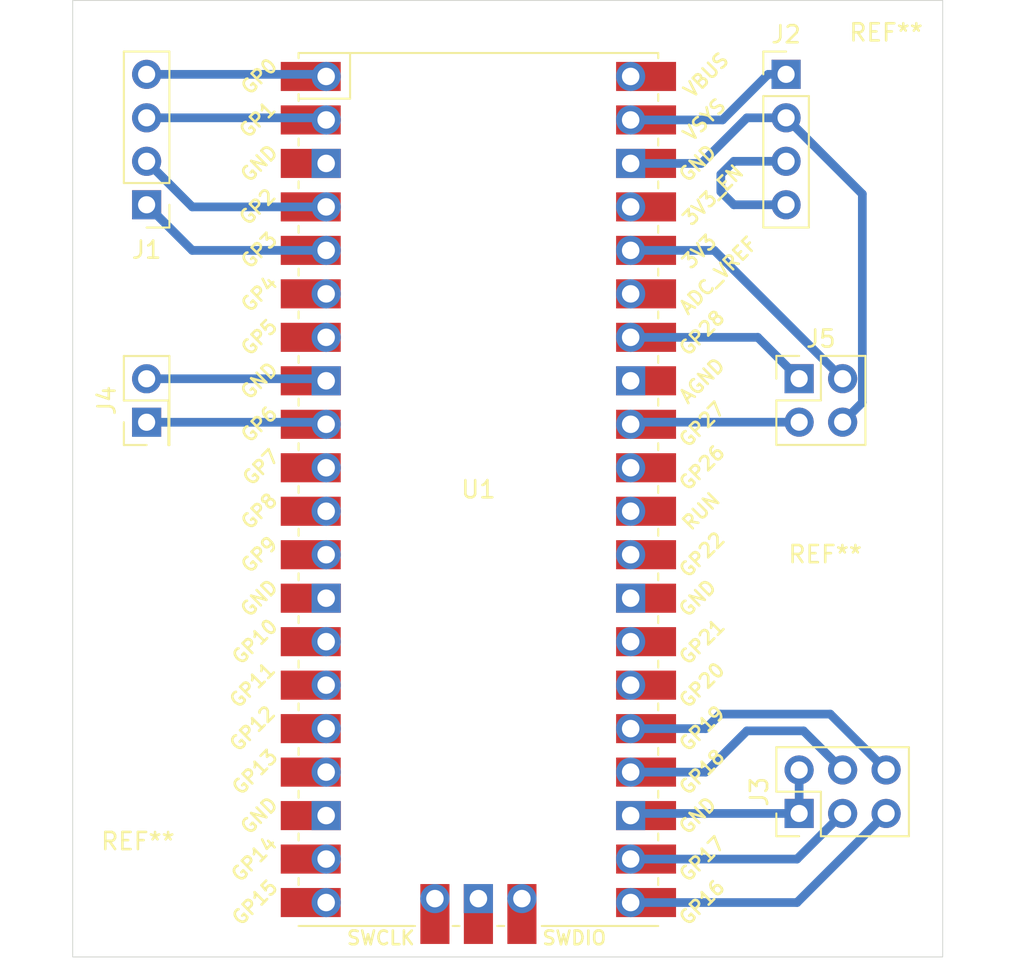
<source format=kicad_pcb>
(kicad_pcb (version 20240108) (generator "pcbnew") (generator_version "8.0")
  (layers (0 "F.Cu" signal) (31 "B.Cu" signal) (34 "B.Paste" user) (35 "F.Paste" user) (36 "B.SilkS" user "B.Silkscreen") (37 "F.SilkS" user "F.Silkscreen") (38 "B.Mask" user) (39 "F.Mask" user) (44 "Edge.Cuts" user))
  (net 0 "")
  (net 1 "/Motor 2")
  (net 2 "/Motor 4")
  (net 3 "/Motor 3")
  (net 4 "/Motor 1")
  (net 5 "/receiver2")
  (net 6 "/receiver1")
  (net 7 "/Light 4")
  (net 8 "/Ground")
  (net 9 "/Light 2")
  (net 10 "/Light 1")
  (net 11 "/Light 3")
  (net 12 "GND")
  (net 27 "+1V5")
  (net 41 "/IR Out")
  (net 42 "Net-(J5-Pin_2)")
  (footprint "Connector_PinHeader_2.54mm:PinHeader_2x03_P2.54mm_Vertical" (layer "F.Cu") (at 126.238 128.778 90)
    (property "Reference" "J3" (at 1.27 -2.33 90) (layer "F.SilkS"))
    (property "Value" "Conn_02x03_Odd_Even")
    (fp_line (start 3.87 -1.33) (end 3.87 6.41) (stroke (width 0.12)) (layer "F.SilkS"))
    (fp_line (start 1.27 -1.33) (end 3.87 -1.33) (stroke (width 0.12)) (layer "F.SilkS"))
    (fp_line (start -1.33 -1.33) (end 0 -1.33) (stroke (width 0.12)) (layer "F.SilkS"))
    (fp_line (start -1.33 0) (end -1.33 -1.33) (stroke (width 0.12)) (layer "F.SilkS"))
    (fp_line (start 1.27 1.27) (end 1.27 -1.33) (stroke (width 0.12)) (layer "F.SilkS"))
    (fp_line (start -1.33 1.27) (end 1.27 1.27) (stroke (width 0.12)) (layer "F.SilkS"))
    (fp_line (start -1.33 1.27) (end -1.33 6.41) (stroke (width 0.12)) (layer "F.SilkS"))
    (fp_line (start -1.33 6.41) (end 3.87 6.41) (stroke (width 0.12)) (layer "F.SilkS"))
    (pad "1" thru_hole rect (at 0 0 90) (size 1.7 1.7) (drill 1) (layers "*.Cu" "*.Mask") (net 8 "/Ground"))
    (pad "2" thru_hole oval (at 2.54 0 90) (size 1.7 1.7) (drill 1) (layers "*.Cu" "*.Mask") (net 8 "/Ground"))
    (pad "3" thru_hole oval (at 0 2.54 90) (size 1.7 1.7) (drill 1) (layers "*.Cu" "*.Mask") (net 9 "/Light 2"))
    (pad "4" thru_hole oval (at 2.54 2.54 90) (size 1.7 1.7) (drill 1) (layers "*.Cu" "*.Mask") (net 11 "/Light 3"))
    (pad "5" thru_hole oval (at 0 5.08 90) (size 1.7 1.7) (drill 1) (layers "*.Cu" "*.Mask") (net 10 "/Light 1"))
    (pad "6" thru_hole oval (at 2.54 5.08 90) (size 1.7 1.7) (drill 1) (layers "*.Cu" "*.Mask") (net 7 "/Light 4"))
  )
  (footprint "MCU_RaspberryPi_and_Boards:RPi_Pico_SMD_TH" (layer "F.Cu") (at 107.511 109.852)
    (property "Reference" "U1" (at 0 0 0) (layer "F.SilkS"))
    (property "Value" "Pico")
    (fp_line (start -10.5 -25.5) (end -10.5 -25.2) (stroke (width 0.12)) (layer "F.SilkS"))
    (fp_line (start -10.5 -25.5) (end 10.5 -25.5) (stroke (width 0.12)) (layer "F.SilkS"))
    (fp_line (start -10.5 -23.1) (end -10.5 -22.7) (stroke (width 0.12)) (layer "F.SilkS"))
    (fp_line (start -10.5 -22.833) (end -7.493 -22.833) (stroke (width 0.12)) (layer "F.SilkS"))
    (fp_line (start -10.5 -20.5) (end -10.5 -20.1) (stroke (width 0.12)) (layer "F.SilkS"))
    (fp_line (start -10.5 -18) (end -10.5 -17.6) (stroke (width 0.12)) (layer "F.SilkS"))
    (fp_line (start -10.5 -15.4) (end -10.5 -15) (stroke (width 0.12)) (layer "F.SilkS"))
    (fp_line (start -10.5 -12.9) (end -10.5 -12.5) (stroke (width 0.12)) (layer "F.SilkS"))
    (fp_line (start -10.5 -10.4) (end -10.5 -10) (stroke (width 0.12)) (layer "F.SilkS"))
    (fp_line (start -10.5 -7.8) (end -10.5 -7.4) (stroke (width 0.12)) (layer "F.SilkS"))
    (fp_line (start -10.5 -5.3) (end -10.5 -4.9) (stroke (width 0.12)) (layer "F.SilkS"))
    (fp_line (start -10.5 -2.7) (end -10.5 -2.3) (stroke (width 0.12)) (layer "F.SilkS"))
    (fp_line (start -10.5 -0.2) (end -10.5 0.2) (stroke (width 0.12)) (layer "F.SilkS"))
    (fp_line (start -10.5 2.3) (end -10.5 2.7) (stroke (width 0.12)) (layer "F.SilkS"))
    (fp_line (start -10.5 4.9) (end -10.5 5.3) (stroke (width 0.12)) (layer "F.SilkS"))
    (fp_line (start -10.5 7.4) (end -10.5 7.8) (stroke (width 0.12)) (layer "F.SilkS"))
    (fp_line (start -10.5 10) (end -10.5 10.4) (stroke (width 0.12)) (layer "F.SilkS"))
    (fp_line (start -10.5 12.5) (end -10.5 12.9) (stroke (width 0.12)) (layer "F.SilkS"))
    (fp_line (start -10.5 15.1) (end -10.5 15.5) (stroke (width 0.12)) (layer "F.SilkS"))
    (fp_line (start -10.5 17.6) (end -10.5 18) (stroke (width 0.12)) (layer "F.SilkS"))
    (fp_line (start -10.5 20.1) (end -10.5 20.5) (stroke (width 0.12)) (layer "F.SilkS"))
    (fp_line (start -10.5 22.7) (end -10.5 23.1) (stroke (width 0.12)) (layer "F.SilkS"))
    (fp_line (start -7.493 -22.833) (end -7.493 -25.5) (stroke (width 0.12)) (layer "F.SilkS"))
    (fp_line (start -3.7 25.5) (end -10.5 25.5) (stroke (width 0.12)) (layer "F.SilkS"))
    (fp_line (start -1.5 25.5) (end -1.1 25.5) (stroke (width 0.12)) (layer "F.SilkS"))
    (fp_line (start 1.1 25.5) (end 1.5 25.5) (stroke (width 0.12)) (layer "F.SilkS"))
    (fp_line (start 10.5 -25.5) (end 10.5 -25.2) (stroke (width 0.12)) (layer "F.SilkS"))
    (fp_line (start 10.5 -23.1) (end 10.5 -22.7) (stroke (width 0.12)) (layer "F.SilkS"))
    (fp_line (start 10.5 -20.5) (end 10.5 -20.1) (stroke (width 0.12)) (layer "F.SilkS"))
    (fp_line (start 10.5 -18) (end 10.5 -17.6) (stroke (width 0.12)) (layer "F.SilkS"))
    (fp_line (start 10.5 -15.4) (end 10.5 -15) (stroke (width 0.12)) (layer "F.SilkS"))
    (fp_line (start 10.5 -12.9) (end 10.5 -12.5) (stroke (width 0.12)) (layer "F.SilkS"))
    (fp_line (start 10.5 -10.4) (end 10.5 -10) (stroke (width 0.12)) (layer "F.SilkS"))
    (fp_line (start 10.5 -7.8) (end 10.5 -7.4) (stroke (width 0.12)) (layer "F.SilkS"))
    (fp_line (start 10.5 -5.3) (end 10.5 -4.9) (stroke (width 0.12)) (layer "F.SilkS"))
    (fp_line (start 10.5 -2.7) (end 10.5 -2.3) (stroke (width 0.12)) (layer "F.SilkS"))
    (fp_line (start 10.5 -0.2) (end 10.5 0.2) (stroke (width 0.12)) (layer "F.SilkS"))
    (fp_line (start 10.5 2.3) (end 10.5 2.7) (stroke (width 0.12)) (layer "F.SilkS"))
    (fp_line (start 10.5 4.9) (end 10.5 5.3) (stroke (width 0.12)) (layer "F.SilkS"))
    (fp_line (start 10.5 7.4) (end 10.5 7.8) (stroke (width 0.12)) (layer "F.SilkS"))
    (fp_line (start 10.5 10) (end 10.5 10.4) (stroke (width 0.12)) (layer "F.SilkS"))
    (fp_line (start 10.5 12.5) (end 10.5 12.9) (stroke (width 0.12)) (layer "F.SilkS"))
    (fp_line (start 10.5 15.1) (end 10.5 15.5) (stroke (width 0.12)) (layer "F.SilkS"))
    (fp_line (start 10.5 17.6) (end 10.5 18) (stroke (width 0.12)) (layer "F.SilkS"))
    (fp_line (start 10.5 20.1) (end 10.5 20.5) (stroke (width 0.12)) (layer "F.SilkS"))
    (fp_line (start 10.5 22.7) (end 10.5 23.1) (stroke (width 0.12)) (layer "F.SilkS"))
    (fp_line (start 10.5 25.5) (end 3.7 25.5) (stroke (width 0.12)) (layer "F.SilkS"))
    (fp_text user "SWCLK" (at -5.7 26.2 0) (layer "F.SilkS") (effects (font (size 0.8 0.8))))
    (fp_text user "GP8" (at -12.8 1.27 45) (layer "F.SilkS") (effects (font (size 0.8 0.8))))
    (fp_text user "SWDIO" (at 5.6 26.2 0) (layer "F.SilkS") (effects (font (size 0.8 0.8))))
    (fp_text user "ADC_VREF" (at 14 -12.5 45) (layer "F.SilkS") (effects (font (size 0.8 0.8))))
    (fp_text user "GP28" (at 13.054 -9.144 45) (layer "F.SilkS") (effects (font (size 0.8 0.8))))
    (fp_text user "GP0" (at -12.8 -24.13 45) (layer "F.SilkS") (effects (font (size 0.8 0.8))))
    (fp_text user "GP13" (at -13.054 16.51 45) (layer "F.SilkS") (effects (font (size 0.8 0.8))))
    (fp_text user "GP5" (at -12.8 -8.89 45) (layer "F.SilkS") (effects (font (size 0.8 0.8))))
    (fp_text user "3V3_EN" (at 13.7 -17.2 45) (layer "F.SilkS") (effects (font (size 0.8 0.8))))
    (fp_text user "GP17" (at 13.054 21.59 45) (layer "F.SilkS") (effects (font (size 0.8 0.8))))
    (fp_text user "GP12" (at -13.2 13.97 45) (layer "F.SilkS") (effects (font (size 0.8 0.8))))
    (fp_text user "GP4" (at -12.8 -11.43 45) (layer "F.SilkS") (effects (font (size 0.8 0.8))))
    (fp_text user "GND" (at -12.8 -19.05 45) (layer "F.SilkS") (effects (font (size 0.8 0.8))))
    (fp_text user "GP10" (at -13.054 8.89 45) (layer "F.SilkS") (effects (font (size 0.8 0.8))))
    (fp_text user "GP9" (at -12.8 3.81 45) (layer "F.SilkS") (effects (font (size 0.8 0.8))))
    (fp_text user "GP26" (at 13.054 -1.27 45) (layer "F.SilkS") (effects (font (size 0.8 0.8))))
    (fp_text user "VBUS" (at 13.3 -24.2 45) (layer "F.SilkS") (effects (font (size 0.8 0.8))))
    (fp_text user "GP14" (at -13.1 21.59 45) (layer "F.SilkS") (effects (font (size 0.8 0.8))))
    (fp_text user "GP7" (at -12.7 -1.3 45) (layer "F.SilkS") (effects (font (size 0.8 0.8))))
    (fp_text user "GND" (at -12.8 -6.35 45) (layer "F.SilkS") (effects (font (size 0.8 0.8))))
    (fp_text user "GP15" (at -13.054 24.13 45) (layer "F.SilkS") (effects (font (size 0.8 0.8))))
    (fp_text user "GP3" (at -12.8 -13.97 45) (layer "F.SilkS") (effects (font (size 0.8 0.8))))
    (fp_text user "GP2" (at -12.9 -16.51 45) (layer "F.SilkS") (effects (font (size 0.8 0.8))))
    (fp_text user "GP11" (at -13.2 11.43 45) (layer "F.SilkS") (effects (font (size 0.8 0.8))))
    (fp_text user "3V3" (at 12.9 -13.9 45) (layer "F.SilkS") (effects (font (size 0.8 0.8))))
    (fp_text user "GND" (at 12.8 6.35 45) (layer "F.SilkS") (effects (font (size 0.8 0.8))))
    (fp_text user "GP16" (at 13.054 24.13 45) (layer "F.SilkS") (effects (font (size 0.8 0.8))))
    (fp_text user "GND" (at 12.8 19.05 45) (layer "F.SilkS") (effects (font (size 0.8 0.8))))
    (fp_text user "GP21" (at 13.054 8.9 45) (layer "F.SilkS") (effects (font (size 0.8 0.8))))
    (fp_text user "RUN" (at 13 1.27 45) (layer "F.SilkS") (effects (font (size 0.8 0.8))))
    (fp_text user "GND" (at 12.8 -19.05 45) (layer "F.SilkS") (effects (font (size 0.8 0.8))))
    (fp_text user "GP27" (at 13.054 -3.8 45) (layer "F.SilkS") (effects (font (size 0.8 0.8))))
    (fp_text user "GP18" (at 13.054 16.51 45) (layer "F.SilkS") (effects (font (size 0.8 0.8))))
    (fp_text user "VSYS" (at 13.2 -21.59 45) (layer "F.SilkS") (effects (font (size 0.8 0.8))))
    (fp_text user "GP20" (at 13.054 11.43 45) (layer "F.SilkS") (effects (font (size 0.8 0.8))))
    (fp_text user "GND" (at -12.8 6.35 45) (layer "F.SilkS") (effects (font (size 0.8 0.8))))
    (fp_text user "GND" (at -12.8 19.05 45) (layer "F.SilkS") (effects (font (size 0.8 0.8))))
    (fp_text user "GP1" (at -12.9 -21.6 45) (layer "F.SilkS") (effects (font (size 0.8 0.8))))
    (fp_text user "GP19" (at 13.054 13.97 45) (layer "F.SilkS") (effects (font (size 0.8 0.8))))
    (fp_text user "AGND" (at 13.054 -6.35 45) (layer "F.SilkS") (effects (font (size 0.8 0.8))))
    (fp_text user "GP22" (at 13.054 3.81 45) (layer "F.SilkS") (effects (font (size 0.8 0.8))))
    (fp_text user "GP6" (at -12.8 -3.81 45) (layer "F.SilkS") (effects (font (size 0.8 0.8))))
    (pad "" np_thru_hole oval (at -2.725 -24) (size 1.8 1.8) (drill 1.8) (layers "*.Cu" "*.Mask"))
    (pad "" np_thru_hole oval (at -2.425 -20.97) (size 1.5 1.5) (drill 1.5) (layers "*.Cu" "*.Mask"))
    (pad "" np_thru_hole oval (at 2.425 -20.97) (size 1.5 1.5) (drill 1.5) (layers "*.Cu" "*.Mask"))
    (pad "" np_thru_hole oval (at 2.725 -24) (size 1.8 1.8) (drill 1.8) (layers "*.Cu" "*.Mask"))
    (pad "1" thru_hole oval (at -8.89 -24.13) (size 1.7 1.7) (drill 1.02) (layers "*.Cu" "*.Mask") (net 4 "/Motor 1"))
    (pad "1" smd rect (at -8.89 -24.13) (size 3.5 1.7) (drill (offset -0.9 0)) (layers "F.Cu" "F.Mask") (net 4 "/Motor 1"))
    (pad "2" thru_hole oval (at -8.89 -21.59) (size 1.7 1.7) (drill 1.02) (layers "*.Cu" "*.Mask") (net 1 "/Motor 2"))
    (pad "2" smd rect (at -8.89 -21.59) (size 3.5 1.7) (drill (offset -0.9 0)) (layers "F.Cu" "F.Mask") (net 1 "/Motor 2"))
    (pad "3" thru_hole rect (at -8.89 -19.05) (size 1.7 1.7) (drill 1.02) (layers "*.Cu" "*.Mask"))
    (pad "3" smd rect (at -8.89 -19.05) (size 3.5 1.7) (drill (offset -0.9 0)) (layers "F.Cu" "F.Mask"))
    (pad "4" thru_hole oval (at -8.89 -16.51) (size 1.7 1.7) (drill 1.02) (layers "*.Cu" "*.Mask") (net 3 "/Motor 3"))
    (pad "4" smd rect (at -8.89 -16.51) (size 3.5 1.7) (drill (offset -0.9 0)) (layers "F.Cu" "F.Mask") (net 3 "/Motor 3"))
    (pad "5" thru_hole oval (at -8.89 -13.97) (size 1.7 1.7) (drill 1.02) (layers "*.Cu" "*.Mask") (net 2 "/Motor 4"))
    (pad "5" smd rect (at -8.89 -13.97) (size 3.5 1.7) (drill (offset -0.9 0)) (layers "F.Cu" "F.Mask") (net 2 "/Motor 4"))
    (pad "6" thru_hole oval (at -8.89 -11.43) (size 1.7 1.7) (drill 1.02) (layers "*.Cu" "*.Mask"))
    (pad "6" smd rect (at -8.89 -11.43) (size 3.5 1.7) (drill (offset -0.9 0)) (layers "F.Cu" "F.Mask"))
    (pad "7" thru_hole oval (at -8.89 -8.89) (size 1.7 1.7) (drill 1.02) (layers "*.Cu" "*.Mask"))
    (pad "7" smd rect (at -8.89 -8.89) (size 3.5 1.7) (drill (offset -0.9 0)) (layers "F.Cu" "F.Mask"))
    (pad "8" thru_hole rect (at -8.89 -6.35) (size 1.7 1.7) (drill 1.02) (layers "*.Cu" "*.Mask") (net 12 "GND"))
    (pad "8" smd rect (at -8.89 -6.35) (size 3.5 1.7) (drill (offset -0.9 0)) (layers "F.Cu" "F.Mask") (net 12 "GND"))
    (pad "9" thru_hole oval (at -8.89 -3.81) (size 1.7 1.7) (drill 1.02) (layers "*.Cu" "*.Mask") (net 41 "/IR Out"))
    (pad "9" smd rect (at -8.89 -3.81) (size 3.5 1.7) (drill (offset -0.9 0)) (layers "F.Cu" "F.Mask") (net 41 "/IR Out"))
    (pad "10" thru_hole oval (at -8.89 -1.27) (size 1.7 1.7) (drill 1.02) (layers "*.Cu" "*.Mask"))
    (pad "10" smd rect (at -8.89 -1.27) (size 3.5 1.7) (drill (offset -0.9 0)) (layers "F.Cu" "F.Mask"))
    (pad "11" thru_hole oval (at -8.89 1.27) (size 1.7 1.7) (drill 1.02) (layers "*.Cu" "*.Mask"))
    (pad "11" smd rect (at -8.89 1.27) (size 3.5 1.7) (drill (offset -0.9 0)) (layers "F.Cu" "F.Mask"))
    (pad "12" thru_hole oval (at -8.89 3.81) (size 1.7 1.7) (drill 1.02) (layers "*.Cu" "*.Mask"))
    (pad "12" smd rect (at -8.89 3.81) (size 3.5 1.7) (drill (offset -0.9 0)) (layers "F.Cu" "F.Mask"))
    (pad "13" thru_hole rect (at -8.89 6.35) (size 1.7 1.7) (drill 1.02) (layers "*.Cu" "*.Mask"))
    (pad "13" smd rect (at -8.89 6.35) (size 3.5 1.7) (drill (offset -0.9 0)) (layers "F.Cu" "F.Mask"))
    (pad "14" thru_hole oval (at -8.89 8.89) (size 1.7 1.7) (drill 1.02) (layers "*.Cu" "*.Mask"))
    (pad "14" smd rect (at -8.89 8.89) (size 3.5 1.7) (drill (offset -0.9 0)) (layers "F.Cu" "F.Mask"))
    (pad "15" thru_hole oval (at -8.89 11.43) (size 1.7 1.7) (drill 1.02) (layers "*.Cu" "*.Mask"))
    (pad "15" smd rect (at -8.89 11.43) (size 3.5 1.7) (drill (offset -0.9 0)) (layers "F.Cu" "F.Mask"))
    (pad "16" thru_hole oval (at -8.89 13.97) (size 1.7 1.7) (drill 1.02) (layers "*.Cu" "*.Mask"))
    (pad "16" smd rect (at -8.89 13.97) (size 3.5 1.7) (drill (offset -0.9 0)) (layers "F.Cu" "F.Mask"))
    (pad "17" thru_hole oval (at -8.89 16.51) (size 1.7 1.7) (drill 1.02) (layers "*.Cu" "*.Mask"))
    (pad "17" smd rect (at -8.89 16.51) (size 3.5 1.7) (drill (offset -0.9 0)) (layers "F.Cu" "F.Mask"))
    (pad "18" thru_hole rect (at -8.89 19.05) (size 1.7 1.7) (drill 1.02) (layers "*.Cu" "*.Mask"))
    (pad "18" smd rect (at -8.89 19.05) (size 3.5 1.7) (drill (offset -0.9 0)) (layers "F.Cu" "F.Mask"))
    (pad "19" thru_hole oval (at -8.89 21.59) (size 1.7 1.7) (drill 1.02) (layers "*.Cu" "*.Mask"))
    (pad "19" smd rect (at -8.89 21.59) (size 3.5 1.7) (drill (offset -0.9 0)) (layers "F.Cu" "F.Mask"))
    (pad "20" thru_hole oval (at -8.89 24.13) (size 1.7 1.7) (drill 1.02) (layers "*.Cu" "*.Mask"))
    (pad "20" smd rect (at -8.89 24.13) (size 3.5 1.7) (drill (offset -0.9 0)) (layers "F.Cu" "F.Mask"))
    (pad "21" thru_hole oval (at 8.89 24.13) (size 1.7 1.7) (drill 1.02) (layers "*.Cu" "*.Mask") (net 10 "/Light 1"))
    (pad "21" smd rect (at 8.89 24.13) (size 3.5 1.7) (drill (offset 0.9 0)) (layers "F.Cu" "F.Mask") (net 10 "/Light 1"))
    (pad "22" thru_hole oval (at 8.89 21.59) (size 1.7 1.7) (drill 1.02) (layers "*.Cu" "*.Mask") (net 9 "/Light 2"))
    (pad "22" smd rect (at 8.89 21.59) (size 3.5 1.7) (drill (offset 0.9 0)) (layers "F.Cu" "F.Mask") (net 9 "/Light 2"))
    (pad "23" thru_hole rect (at 8.89 19.05) (size 1.7 1.7) (drill 1.02) (layers "*.Cu" "*.Mask") (net 8 "/Ground"))
    (pad "23" smd rect (at 8.89 19.05) (size 3.5 1.7) (drill (offset 0.9 0)) (layers "F.Cu" "F.Mask") (net 8 "/Ground"))
    (pad "24" thru_hole oval (at 8.89 16.51) (size 1.7 1.7) (drill 1.02) (layers "*.Cu" "*.Mask") (net 11 "/Light 3"))
    (pad "24" smd rect (at 8.89 16.51) (size 3.5 1.7) (drill (offset 0.9 0)) (layers "F.Cu" "F.Mask") (net 11 "/Light 3"))
    (pad "25" thru_hole oval (at 8.89 13.97) (size 1.7 1.7) (drill 1.02) (layers "*.Cu" "*.Mask") (net 7 "/Light 4"))
    (pad "25" smd rect (at 8.89 13.97) (size 3.5 1.7) (drill (offset 0.9 0)) (layers "F.Cu" "F.Mask") (net 7 "/Light 4"))
    (pad "26" thru_hole oval (at 8.89 11.43) (size 1.7 1.7) (drill 1.02) (layers "*.Cu" "*.Mask"))
    (pad "26" smd rect (at 8.89 11.43) (size 3.5 1.7) (drill (offset 0.9 0)) (layers "F.Cu" "F.Mask"))
    (pad "27" thru_hole oval (at 8.89 8.89) (size 1.7 1.7) (drill 1.02) (layers "*.Cu" "*.Mask"))
    (pad "27" smd rect (at 8.89 8.89) (size 3.5 1.7) (drill (offset 0.9 0)) (layers "F.Cu" "F.Mask"))
    (pad "28" thru_hole rect (at 8.89 6.35) (size 1.7 1.7) (drill 1.02) (layers "*.Cu" "*.Mask"))
    (pad "28" smd rect (at 8.89 6.35) (size 3.5 1.7) (drill (offset 0.9 0)) (layers "F.Cu" "F.Mask"))
    (pad "29" thru_hole oval (at 8.89 3.81) (size 1.7 1.7) (drill 1.02) (layers "*.Cu" "*.Mask"))
    (pad "29" smd rect (at 8.89 3.81) (size 3.5 1.7) (drill (offset 0.9 0)) (layers "F.Cu" "F.Mask"))
    (pad "30" thru_hole oval (at 8.89 1.27) (size 1.7 1.7) (drill 1.02) (layers "*.Cu" "*.Mask"))
    (pad "30" smd rect (at 8.89 1.27) (size 3.5 1.7) (drill (offset 0.9 0)) (layers "F.Cu" "F.Mask"))
    (pad "31" thru_hole oval (at 8.89 -1.27) (size 1.7 1.7) (drill 1.02) (layers "*.Cu" "*.Mask"))
    (pad "31" smd rect (at 8.89 -1.27) (size 3.5 1.7) (drill (offset 0.9 0)) (layers "F.Cu" "F.Mask"))
    (pad "32" thru_hole oval (at 8.89 -3.81) (size 1.7 1.7) (drill 1.02) (layers "*.Cu" "*.Mask") (net 5 "/receiver2"))
    (pad "32" smd rect (at 8.89 -3.81) (size 3.5 1.7) (drill (offset 0.9 0)) (layers "F.Cu" "F.Mask") (net 5 "/receiver2"))
    (pad "33" thru_hole rect (at 8.89 -6.35) (size 1.7 1.7) (drill 1.02) (layers "*.Cu" "*.Mask"))
    (pad "33" smd rect (at 8.89 -6.35) (size 3.5 1.7) (drill (offset 0.9 0)) (layers "F.Cu" "F.Mask"))
    (pad "34" thru_hole oval (at 8.89 -8.89) (size 1.7 1.7) (drill 1.02) (layers "*.Cu" "*.Mask") (net 6 "/receiver1"))
    (pad "34" smd rect (at 8.89 -8.89) (size 3.5 1.7) (drill (offset 0.9 0)) (layers "F.Cu" "F.Mask") (net 6 "/receiver1"))
    (pad "35" thru_hole oval (at 8.89 -11.43) (size 1.7 1.7) (drill 1.02) (layers "*.Cu" "*.Mask"))
    (pad "35" smd rect (at 8.89 -11.43) (size 3.5 1.7) (drill (offset 0.9 0)) (layers "F.Cu" "F.Mask"))
    (pad "36" thru_hole oval (at 8.89 -13.97) (size 1.7 1.7) (drill 1.02) (layers "*.Cu" "*.Mask") (net 42 "Net-(J5-Pin_2)"))
    (pad "36" smd rect (at 8.89 -13.97) (size 3.5 1.7) (drill (offset 0.9 0)) (layers "F.Cu" "F.Mask") (net 42 "Net-(J5-Pin_2)"))
    (pad "37" thru_hole oval (at 8.89 -16.51) (size 1.7 1.7) (drill 1.02) (layers "*.Cu" "*.Mask"))
    (pad "37" smd rect (at 8.89 -16.51) (size 3.5 1.7) (drill (offset 0.9 0)) (layers "F.Cu" "F.Mask"))
    (pad "38" thru_hole rect (at 8.89 -19.05) (size 1.7 1.7) (drill 1.02) (layers "*.Cu" "*.Mask") (net 8 "/Ground"))
    (pad "38" smd rect (at 8.89 -19.05) (size 3.5 1.7) (drill (offset 0.9 0)) (layers "F.Cu" "F.Mask") (net 8 "/Ground"))
    (pad "39" thru_hole oval (at 8.89 -21.59) (size 1.7 1.7) (drill 1.02) (layers "*.Cu" "*.Mask") (net 27 "+1V5"))
    (pad "39" smd rect (at 8.89 -21.59) (size 3.5 1.7) (drill (offset 0.9 0)) (layers "F.Cu" "F.Mask") (net 27 "+1V5"))
    (pad "40" thru_hole oval (at 8.89 -24.13) (size 1.7 1.7) (drill 1.02) (layers "*.Cu" "*.Mask"))
    (pad "40" smd rect (at 8.89 -24.13) (size 3.5 1.7) (drill (offset 0.9 0)) (layers "F.Cu" "F.Mask"))
    (pad "41" thru_hole oval (at -2.54 23.9) (size 1.7 1.7) (drill 1.02) (layers "*.Cu" "*.Mask"))
    (pad "41" smd rect (at -2.54 23.9 90) (size 3.5 1.7) (drill (offset -0.9 0)) (layers "F.Cu" "F.Mask"))
    (pad "42" thru_hole rect (at 0 23.9) (size 1.7 1.7) (drill 1.02) (layers "*.Cu" "*.Mask"))
    (pad "42" smd rect (at 0 23.9 90) (size 3.5 1.7) (drill (offset -0.9 0)) (layers "F.Cu" "F.Mask"))
    (pad "43" thru_hole oval (at 2.54 23.9) (size 1.7 1.7) (drill 1.02) (layers "*.Cu" "*.Mask"))
    (pad "43" smd rect (at 2.54 23.9 90) (size 3.5 1.7) (drill (offset -0.9 0)) (layers "F.Cu" "F.Mask"))
  )
  (footprint "Connector_PinHeader_2.54mm:PinHeader_1x04_P2.54mm_Vertical" (layer "F.Cu") (at 125.476 85.598)
    (property "Reference" "J2" (at 0 -2.33 0) (layer "F.SilkS"))
    (property "Value" "Conn_01x04")
    (fp_line (start -1.33 -1.33) (end 0 -1.33) (stroke (width 0.12)) (layer "F.SilkS"))
    (fp_line (start -1.33 0) (end -1.33 -1.33) (stroke (width 0.12)) (layer "F.SilkS"))
    (fp_line (start -1.33 1.27) (end -1.33 8.95) (stroke (width 0.12)) (layer "F.SilkS"))
    (fp_line (start -1.33 1.27) (end 1.33 1.27) (stroke (width 0.12)) (layer "F.SilkS"))
    (fp_line (start -1.33 8.95) (end 1.33 8.95) (stroke (width 0.12)) (layer "F.SilkS"))
    (fp_line (start 1.33 1.27) (end 1.33 8.95) (stroke (width 0.12)) (layer "F.SilkS"))
    (pad "1" thru_hole rect (at 0 0) (size 1.7 1.7) (drill 1) (layers "*.Cu" "*.Mask") (net 27 "+1V5"))
    (pad "2" thru_hole oval (at 0 2.54) (size 1.7 1.7) (drill 1) (layers "*.Cu" "*.Mask") (net 8 "/Ground"))
    (pad "3" thru_hole oval (at 0 5.08) (size 1.7 1.7) (drill 1) (layers "*.Cu" "*.Mask") (net 12 "GND"))
    (pad "4" thru_hole oval (at 0 7.62) (size 1.7 1.7) (drill 1) (layers "*.Cu" "*.Mask") (net 12 "GND"))
  )
  (footprint "Connector_PinHeader_2.54mm:PinHeader_1x04_P2.54mm_Vertical" (layer "F.Cu") (at 88.138 93.218 180)
    (property "Reference" "J1" (at 0 -2.635 0) (layer "F.SilkS"))
    (property "Value" "Conn_01x04_Socket" (hide yes))
    (fp_line (start 1.33 1.27) (end 1.33 8.95) (stroke (width 0.12)) (layer "F.SilkS"))
    (fp_line (start -1.33 8.95) (end 1.33 8.95) (stroke (width 0.12)) (layer "F.SilkS"))
    (fp_line (start -1.33 1.27) (end 1.33 1.27) (stroke (width 0.12)) (layer "F.SilkS"))
    (fp_line (start -1.33 1.27) (end -1.33 8.95) (stroke (width 0.12)) (layer "F.SilkS"))
    (fp_line (start -1.33 0) (end -1.33 -1.33) (stroke (width 0.12)) (layer "F.SilkS"))
    (fp_line (start -1.33 -1.33) (end 0 -1.33) (stroke (width 0.12)) (layer "F.SilkS"))
    (pad "1" thru_hole rect (at 0 0 180) (size 1.7 1.7) (drill 1) (layers "*.Cu" "*.Mask") (net 2 "/Motor 4"))
    (pad "2" thru_hole oval (at 0 2.54 180) (size 1.7 1.7) (drill 1) (layers "*.Cu" "*.Mask") (net 3 "/Motor 3"))
    (pad "3" thru_hole oval (at 0 5.08 180) (size 1.7 1.7) (drill 1) (layers "*.Cu" "*.Mask") (net 1 "/Motor 2"))
    (pad "4" thru_hole oval (at 0 7.62 180) (size 1.7 1.7) (drill 1) (layers "*.Cu" "*.Mask") (net 4 "/Motor 1"))
  )
  (footprint "MountingHole:MountingHole_2.1mm" (layer "F.Cu") (at 87.63 133.604)
    (property "Reference" "REF**" (at 0 -3.2 0) (layer "F.SilkS"))
    (property "Value" "MountingHole_2.1mm")
    (pad "" np_thru_hole circle (at 0 0) (size 2.1 2.1) (drill 2.1) (layers "*.Cu" "*.Mask"))
  )
  (footprint "Connector_PinHeader_2.54mm:PinHeader_2x01_P2.54mm_Vertical" (layer "F.Cu") (at 88.138 105.923 90)
    (property "Reference" "J4" (at 1.27 -2.33 90) (layer "F.SilkS"))
    (property "Value" "Conn_02x01")
    (fp_line (start 3.87 -1.33) (end 3.87 1.33) (stroke (width 0.12)) (layer "F.SilkS"))
    (fp_line (start 1.27 -1.33) (end 3.87 -1.33) (stroke (width 0.12)) (layer "F.SilkS"))
    (fp_line (start -1.33 -1.33) (end 0 -1.33) (stroke (width 0.12)) (layer "F.SilkS"))
    (fp_line (start -1.33 0) (end -1.33 -1.33) (stroke (width 0.12)) (layer "F.SilkS"))
    (fp_line (start 1.27 1.27) (end 1.27 -1.33) (stroke (width 0.12)) (layer "F.SilkS"))
    (fp_line (start -1.33 1.27) (end 1.27 1.27) (stroke (width 0.12)) (layer "F.SilkS"))
    (fp_line (start -1.33 1.27) (end -1.33 1.33) (stroke (width 0.12)) (layer "F.SilkS"))
    (fp_line (start -1.33 1.33) (end 3.87 1.33) (stroke (width 0.12)) (layer "F.SilkS"))
    (pad "1" thru_hole rect (at 0 0 90) (size 1.7 1.7) (drill 1) (layers "*.Cu" "*.Mask") (net 41 "/IR Out"))
    (pad "2" thru_hole oval (at 2.54 0 90) (size 1.7 1.7) (drill 1) (layers "*.Cu" "*.Mask") (net 12 "GND"))
  )
  (footprint "MountingHole:MountingHole_2.1mm" (layer "F.Cu") (at 127.762 116.84)
    (property "Reference" "REF**" (at 0 -3.2 0) (layer "F.SilkS"))
    (property "Value" "MountingHole_2.1mm")
    (pad "" np_thru_hole circle (at 0 0) (size 2.1 2.1) (drill 2.1) (layers "F&B.Cu" "*.Mask"))
  )
  (footprint "MountingHole:MountingHole_2.1mm" (layer "F.Cu") (at 131.318 86.36)
    (property "Reference" "REF**" (at 0 -3.2 0) (layer "F.SilkS"))
    (property "Value" "MountingHole_2.1mm")
    (pad "" np_thru_hole circle (at 0 0) (size 2.1 2.1) (drill 2.1) (layers "F&B.Cu" "*.Mask"))
  )
  (footprint "Connector_PinHeader_2.54mm:PinHeader_2x02_P2.54mm_Vertical" (layer "F.Cu") (at 126.238 103.378)
    (property "Reference" "J5" (at 1.27 -2.33 0) (layer "F.SilkS"))
    (property "Value" "Conn_02x02_Odd_Even")
    (fp_line (start -1.33 -1.33) (end 0 -1.33) (stroke (width 0.12)) (layer "F.SilkS"))
    (fp_line (start -1.33 0) (end -1.33 -1.33) (stroke (width 0.12)) (layer "F.SilkS"))
    (fp_line (start -1.33 1.27) (end -1.33 3.87) (stroke (width 0.12)) (layer "F.SilkS"))
    (fp_line (start -1.33 1.27) (end 1.27 1.27) (stroke (width 0.12)) (layer "F.SilkS"))
    (fp_line (start -1.33 3.87) (end 3.87 3.87) (stroke (width 0.12)) (layer "F.SilkS"))
    (fp_line (start 1.27 -1.33) (end 3.87 -1.33) (stroke (width 0.12)) (layer "F.SilkS"))
    (fp_line (start 1.27 1.27) (end 1.27 -1.33) (stroke (width 0.12)) (layer "F.SilkS"))
    (fp_line (start 3.87 -1.33) (end 3.87 3.87) (stroke (width 0.12)) (layer "F.SilkS"))
    (pad "1" thru_hole rect (at 0 0) (size 1.7 1.7) (drill 1) (layers "*.Cu" "*.Mask") (net 6 "/receiver1"))
    (pad "2" thru_hole oval (at 2.54 0) (size 1.7 1.7) (drill 1) (layers "*.Cu" "*.Mask") (net 42 "Net-(J5-Pin_2)"))
    (pad "3" thru_hole oval (at 0 2.54) (size 1.7 1.7) (drill 1) (layers "*.Cu" "*.Mask") (net 5 "/receiver2"))
    (pad "4" thru_hole oval (at 2.54 2.54) (size 1.7 1.7) (drill 1) (layers "*.Cu" "*.Mask") (net 8 "/Ground"))
  )
  (gr_rect (start 83.82 81.28) (end 134.62 137.16) (stroke (width 0.05)) (fill none) (layer "Edge.Cuts"))
  (segment (start 88.138 88.138) (end 98.497 88.138) (width 0.508) (layer "B.Cu") (net 1))
  (segment (start 98.497 88.138) (end 98.621 88.262) (width 0.508) (layer "B.Cu") (net 1))
  (segment (start 88.138 93.218) (end 90.802 95.882) (width 0.508) (layer "B.Cu") (net 2))
  (segment (start 90.802 95.882) (end 98.621 95.882) (width 0.508) (layer "B.Cu") (net 2))
  (segment (start 88.138 90.678) (end 90.802 93.342) (width 0.508) (layer "B.Cu") (net 3))
  (segment (start 90.802 93.342) (end 98.621 93.342) (width 0.508) (layer "B.Cu") (net 3))
  (segment (start 88.138 85.598) (end 98.497 85.598) (width 0.508) (layer "B.Cu") (net 4))
  (segment (start 98.497 85.598) (end 98.621 85.722) (width 0.508) (layer "B.Cu") (net 4))
  (segment (start 126.238 105.918) (end 126.238 106.172) (width 0.508) (layer "B.Cu") (net 5))
  (segment (start 116.525 105.918) (end 116.401 106.042) (width 0.508) (layer "B.Cu") (net 5))
  (segment (start 126.238 105.918) (end 116.525 105.918) (width 0.508) (layer "B.Cu") (net 5))
  (segment (start 126.238 103.378) (end 123.822 100.962) (width 0.508) (layer "B.Cu") (net 6))
  (segment (start 123.822 100.962) (end 116.401 100.962) (width 0.508) (layer "B.Cu") (net 6))
  (segment (start 120.78 123.822) (end 116.401 123.822) (width 0.508) (layer "B.Cu") (net 7))
  (segment (start 128.052 122.972) (end 121.63 122.972) (width 0.508) (layer "B.Cu") (net 7))
  (segment (start 121.63 122.972) (end 120.78 123.822) (width 0.508) (layer "B.Cu") (net 7))
  (segment (start 131.318 126.238) (end 128.052 122.972) (width 0.508) (layer "B.Cu") (net 7))
  (segment (start 125.476 88.138) (end 129.928 92.59) (width 0.508) (layer "B.Cu") (net 8))
  (segment (start 116.525 128.778) (end 116.401 128.902) (width 0.508) (layer "B.Cu") (net 8))
  (segment (start 126.238 128.778) (end 116.525 128.778) (width 0.508) (layer "B.Cu") (net 8))
  (segment (start 125.476 88.138) (end 123.19 88.138) (width 0.508) (layer "B.Cu") (net 8))
  (segment (start 123.19 88.138) (end 120.526 90.802) (width 0.508) (layer "B.Cu") (net 8))
  (segment (start 129.928 92.59) (end 129.928 104.768) (width 0.508) (layer "B.Cu") (net 8))
  (segment (start 129.928 104.768) (end 128.778 105.918) (width 0.508) (layer "B.Cu") (net 8))
  (segment (start 126.238 126.238) (end 126.238 128.778) (width 0.508) (layer "B.Cu") (net 8))
  (segment (start 120.526 90.802) (end 116.401 90.802) (width 0.508) (layer "B.Cu") (net 8))
  (segment (start 128.778 128.778) (end 126.114 131.442) (width 0.508) (layer "B.Cu") (net 9))
  (segment (start 126.114 131.442) (end 116.401 131.442) (width 0.508) (layer "B.Cu") (net 9))
  (segment (start 126.114 133.982) (end 116.401 133.982) (width 0.508) (layer "B.Cu") (net 10))
  (segment (start 131.318 128.778) (end 126.114 133.982) (width 0.508) (layer "B.Cu") (net 10))
  (segment (start 120.78 126.362) (end 116.401 126.362) (width 0.508) (layer "B.Cu") (net 11))
  (segment (start 123.19 123.952) (end 120.78 126.362) (width 0.508) (layer "B.Cu") (net 11))
  (segment (start 128.778 126.238) (end 126.492 123.952) (width 0.508) (layer "B.Cu") (net 11))
  (segment (start 126.492 123.952) (end 123.19 123.952) (width 0.508) (layer "B.Cu") (net 11))
  (segment (start 121.666 91.44) (end 121.666 92.456) (width 0.508) (layer "B.Cu") (net 12))
  (segment (start 121.666 92.456) (end 122.428 93.218) (width 0.508) (layer "B.Cu") (net 12))
  (segment (start 125.476 90.678) (end 122.428 90.678) (width 0.508) (layer "B.Cu") (net 12))
  (segment (start 88.138 103.383) (end 98.502 103.383) (width 0.508) (layer "B.Cu") (net 12))
  (segment (start 122.428 90.678) (end 121.666 91.44) (width 0.508) (layer "B.Cu") (net 12))
  (segment (start 122.428 93.218) (end 125.476 93.218) (width 0.508) (layer "B.Cu") (net 12))
  (segment (start 98.502 103.383) (end 98.621 103.502) (width 0.508) (layer "B.Cu") (net 12))
  (segment (start 125.476 85.598) (end 124.426 85.598) (width 0.508) (layer "B.Cu") (net 27))
  (segment (start 121.762 88.262) (end 116.401 88.262) (width 0.508) (layer "B.Cu") (net 27))
  (segment (start 124.426 85.598) (end 121.762 88.262) (width 0.508) (layer "B.Cu") (net 27))
  (segment (start 98.502 105.923) (end 98.621 106.042) (width 0.508) (layer "B.Cu") (net 41))
  (segment (start 88.138 105.923) (end 98.502 105.923) (width 0.508) (layer "B.Cu") (net 41))
  (segment (start 128.778 103.378) (end 121.282 95.882) (width 0.508) (layer "B.Cu") (net 42))
  (segment (start 121.282 95.882) (end 116.401 95.882) (width 0.508) (layer "B.Cu") (net 42))
)
</source>
